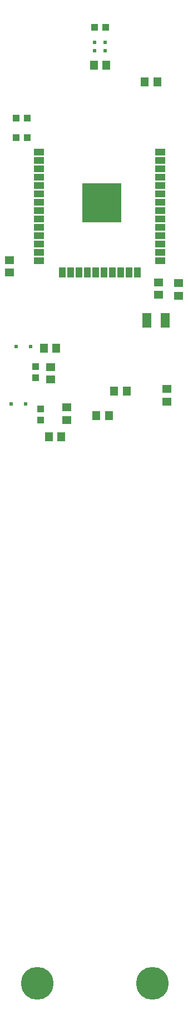
<source format=gbr>
G04 DipTrace 3.0.0.1*
G04 Âåðõíÿÿï.ìàñêà.gbr*
%MOMM*%
G04 #@! TF.FileFunction,Paste,Top*
G04 #@! TF.Part,Single*
%AMOUTLINE0*
4,1,4,
-0.5,-0.75,
-0.5,0.75,
0.5,0.75,
0.5,-0.75,
-0.5,-0.75,
0*%
%ADD25R,1.5X1.0*%
%ADD26R,6.0X6.0*%
%ADD52C,4.98*%
%ADD80R,0.58X0.58*%
%ADD82R,1.48X2.18*%
%ADD84R,0.98X1.08*%
%ADD86R,1.28X1.48*%
%ADD88R,1.48X1.28*%
%ADD90R,1.08X0.98*%
%ADD93OUTLINE0*%
%FSLAX35Y35*%
G04*
G71*
G90*
G75*
G01*
G04 TopPaste*
%LPD*%
D90*
X2475000Y18450000D3*
X2645000D3*
X1450000Y17075000D3*
X1280000D3*
X1450000Y16775000D3*
X1280000D3*
D84*
X1575000Y13125000D3*
Y13295000D3*
X1650000Y12650000D3*
Y12480000D3*
D82*
X3550000Y14000000D3*
X3270000D3*
D80*
X1275000Y13600000D3*
X1495000D3*
X1425000Y12725000D3*
X1205000D3*
D25*
X1625000Y16175000D3*
Y16048000D3*
Y15921000D3*
Y15794000D3*
Y15667000D3*
Y15540000D3*
Y15413000D3*
Y15286000D3*
D93*
X3123000Y14731000D3*
D25*
X3475000Y14905000D3*
Y15032000D3*
Y15159000D3*
Y15286000D3*
Y15413000D3*
Y15540000D3*
Y15667000D3*
D93*
X2234000Y14731000D3*
D25*
X1625000Y15159000D3*
Y15032000D3*
Y14905000D3*
D93*
X1980000Y14731000D3*
X2107000D3*
D25*
X1625000Y16302000D3*
Y16429000D3*
Y16556000D3*
D93*
X2361000Y14731000D3*
X2488000D3*
X2615000D3*
X2996000D3*
X2869000D3*
X2742000D3*
D25*
X3475000Y15794000D3*
Y15921000D3*
Y16048000D3*
Y16175000D3*
Y16302000D3*
Y16429000D3*
Y16556000D3*
D26*
X2580000Y15786000D3*
D88*
X1175000Y14725000D3*
Y14915000D3*
X3450000Y14575000D3*
Y14385000D3*
X3570000Y12765000D3*
Y12955000D3*
D86*
X2770000Y12925000D3*
X2960000D3*
D88*
X3750000Y14375000D3*
Y14565000D3*
D86*
X2650000Y17875000D3*
X2460000D3*
X1700000Y13575000D3*
X1890000D3*
D88*
X1800000Y13100000D3*
Y13290000D3*
D86*
X1775000Y12225000D3*
X1965000D3*
D88*
X2050000Y12675000D3*
Y12485000D3*
D86*
X2500000Y12550000D3*
X2690000D3*
X3425000Y17625000D3*
X3235000D3*
D80*
X2475000Y18225000D3*
X2635000D3*
Y18095000D3*
X2475000D3*
D52*
X1600000Y3925000D3*
X3350000D3*
M02*

</source>
